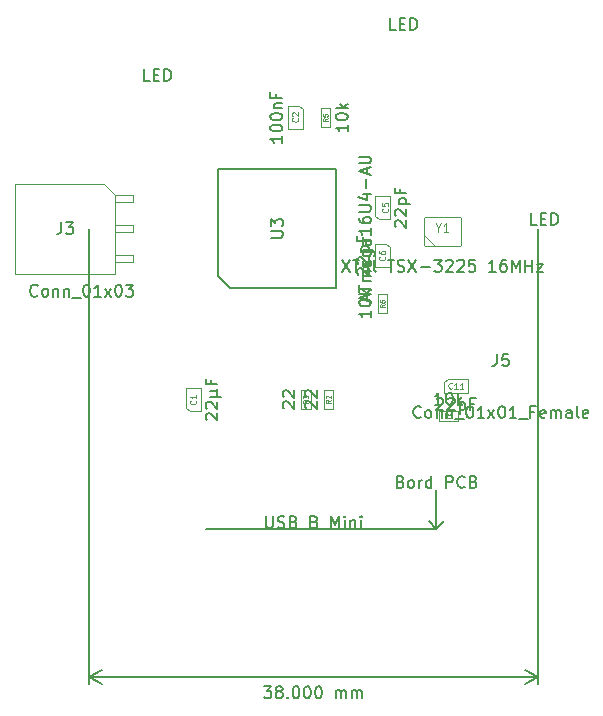
<source format=gbr>
G04 #@! TF.GenerationSoftware,KiCad,Pcbnew,(5.1.0)-1*
G04 #@! TF.CreationDate,2019-04-02T16:52:53+02:00*
G04 #@! TF.ProjectId,FrogINT_PCBProto_V1811062154,46726f67-494e-4545-9f50-434250726f74,rev?*
G04 #@! TF.SameCoordinates,Original*
G04 #@! TF.FileFunction,Other,Fab,Top*
%FSLAX46Y46*%
G04 Gerber Fmt 4.6, Leading zero omitted, Abs format (unit mm)*
G04 Created by KiCad (PCBNEW (5.1.0)-1) date 2019-04-02 16:52:53*
%MOMM*%
%LPD*%
G04 APERTURE LIST*
%ADD10C,0.150000*%
%ADD11C,0.100000*%
%ADD12C,0.105000*%
%ADD13C,0.080000*%
%ADD14C,0.060000*%
G04 APERTURE END LIST*
D10*
X144309523Y-143752380D02*
X144928571Y-143752380D01*
X144595238Y-144133333D01*
X144738095Y-144133333D01*
X144833333Y-144180952D01*
X144880952Y-144228571D01*
X144928571Y-144323809D01*
X144928571Y-144561904D01*
X144880952Y-144657142D01*
X144833333Y-144704761D01*
X144738095Y-144752380D01*
X144452380Y-144752380D01*
X144357142Y-144704761D01*
X144309523Y-144657142D01*
X145500000Y-144180952D02*
X145404761Y-144133333D01*
X145357142Y-144085714D01*
X145309523Y-143990476D01*
X145309523Y-143942857D01*
X145357142Y-143847619D01*
X145404761Y-143800000D01*
X145500000Y-143752380D01*
X145690476Y-143752380D01*
X145785714Y-143800000D01*
X145833333Y-143847619D01*
X145880952Y-143942857D01*
X145880952Y-143990476D01*
X145833333Y-144085714D01*
X145785714Y-144133333D01*
X145690476Y-144180952D01*
X145500000Y-144180952D01*
X145404761Y-144228571D01*
X145357142Y-144276190D01*
X145309523Y-144371428D01*
X145309523Y-144561904D01*
X145357142Y-144657142D01*
X145404761Y-144704761D01*
X145500000Y-144752380D01*
X145690476Y-144752380D01*
X145785714Y-144704761D01*
X145833333Y-144657142D01*
X145880952Y-144561904D01*
X145880952Y-144371428D01*
X145833333Y-144276190D01*
X145785714Y-144228571D01*
X145690476Y-144180952D01*
X146309523Y-144657142D02*
X146357142Y-144704761D01*
X146309523Y-144752380D01*
X146261904Y-144704761D01*
X146309523Y-144657142D01*
X146309523Y-144752380D01*
X146976190Y-143752380D02*
X147071428Y-143752380D01*
X147166666Y-143800000D01*
X147214285Y-143847619D01*
X147261904Y-143942857D01*
X147309523Y-144133333D01*
X147309523Y-144371428D01*
X147261904Y-144561904D01*
X147214285Y-144657142D01*
X147166666Y-144704761D01*
X147071428Y-144752380D01*
X146976190Y-144752380D01*
X146880952Y-144704761D01*
X146833333Y-144657142D01*
X146785714Y-144561904D01*
X146738095Y-144371428D01*
X146738095Y-144133333D01*
X146785714Y-143942857D01*
X146833333Y-143847619D01*
X146880952Y-143800000D01*
X146976190Y-143752380D01*
X147928571Y-143752380D02*
X148023809Y-143752380D01*
X148119047Y-143800000D01*
X148166666Y-143847619D01*
X148214285Y-143942857D01*
X148261904Y-144133333D01*
X148261904Y-144371428D01*
X148214285Y-144561904D01*
X148166666Y-144657142D01*
X148119047Y-144704761D01*
X148023809Y-144752380D01*
X147928571Y-144752380D01*
X147833333Y-144704761D01*
X147785714Y-144657142D01*
X147738095Y-144561904D01*
X147690476Y-144371428D01*
X147690476Y-144133333D01*
X147738095Y-143942857D01*
X147785714Y-143847619D01*
X147833333Y-143800000D01*
X147928571Y-143752380D01*
X148880952Y-143752380D02*
X148976190Y-143752380D01*
X149071428Y-143800000D01*
X149119047Y-143847619D01*
X149166666Y-143942857D01*
X149214285Y-144133333D01*
X149214285Y-144371428D01*
X149166666Y-144561904D01*
X149119047Y-144657142D01*
X149071428Y-144704761D01*
X148976190Y-144752380D01*
X148880952Y-144752380D01*
X148785714Y-144704761D01*
X148738095Y-144657142D01*
X148690476Y-144561904D01*
X148642857Y-144371428D01*
X148642857Y-144133333D01*
X148690476Y-143942857D01*
X148738095Y-143847619D01*
X148785714Y-143800000D01*
X148880952Y-143752380D01*
X150404761Y-144752380D02*
X150404761Y-144085714D01*
X150404761Y-144180952D02*
X150452380Y-144133333D01*
X150547619Y-144085714D01*
X150690476Y-144085714D01*
X150785714Y-144133333D01*
X150833333Y-144228571D01*
X150833333Y-144752380D01*
X150833333Y-144228571D02*
X150880952Y-144133333D01*
X150976190Y-144085714D01*
X151119047Y-144085714D01*
X151214285Y-144133333D01*
X151261904Y-144228571D01*
X151261904Y-144752380D01*
X151738095Y-144752380D02*
X151738095Y-144085714D01*
X151738095Y-144180952D02*
X151785714Y-144133333D01*
X151880952Y-144085714D01*
X152023809Y-144085714D01*
X152119047Y-144133333D01*
X152166666Y-144228571D01*
X152166666Y-144752380D01*
X152166666Y-144228571D02*
X152214285Y-144133333D01*
X152309523Y-144085714D01*
X152452380Y-144085714D01*
X152547619Y-144133333D01*
X152595238Y-144228571D01*
X152595238Y-144752380D01*
X129500000Y-143000000D02*
X167500000Y-143000000D01*
X129500000Y-105000000D02*
X129500000Y-143586421D01*
X167500000Y-105000000D02*
X167500000Y-143586421D01*
X167500000Y-143000000D02*
X166373496Y-143586421D01*
X167500000Y-143000000D02*
X166373496Y-142413579D01*
X129500000Y-143000000D02*
X130626504Y-143586421D01*
X129500000Y-143000000D02*
X130626504Y-142413579D01*
X158900000Y-130400000D02*
X158250000Y-129750000D01*
X159550000Y-129750000D02*
X158900000Y-130400000D01*
X158900000Y-130400000D02*
X159550000Y-129750000D01*
X158900000Y-127150000D02*
X158900000Y-130400000D01*
X139400000Y-130400000D02*
X158900000Y-130400000D01*
D11*
X157822000Y-105504000D02*
X158822000Y-106504000D01*
X157822000Y-104104000D02*
X157922000Y-104004000D01*
X157822000Y-106404000D02*
X157822000Y-104104000D01*
X157922000Y-106504000D02*
X157822000Y-106404000D01*
X160922000Y-106504000D02*
X157922000Y-106504000D01*
X161022000Y-106404000D02*
X160922000Y-106504000D01*
X161022000Y-104104000D02*
X161022000Y-106404000D01*
X160922000Y-104004000D02*
X161022000Y-104104000D01*
X157922000Y-104004000D02*
X160922000Y-104004000D01*
X138965000Y-118478000D02*
X137715000Y-118478000D01*
X138965000Y-120478000D02*
X138965000Y-118478000D01*
X138027500Y-120478000D02*
X138965000Y-120478000D01*
X137715000Y-120165500D02*
X138027500Y-120478000D01*
X137715000Y-118478000D02*
X137715000Y-120165500D01*
X146351000Y-96602000D02*
X147601000Y-96602000D01*
X146351000Y-94602000D02*
X146351000Y-96602000D01*
X147288500Y-94602000D02*
X146351000Y-94602000D01*
X147601000Y-94914500D02*
X147288500Y-94602000D01*
X147601000Y-96602000D02*
X147601000Y-94914500D01*
X154967000Y-102222000D02*
X153717000Y-102222000D01*
X154967000Y-104222000D02*
X154967000Y-102222000D01*
X154029500Y-104222000D02*
X154967000Y-104222000D01*
X153717000Y-103909500D02*
X154029500Y-104222000D01*
X153717000Y-102222000D02*
X153717000Y-103909500D01*
X153717000Y-108286000D02*
X154967000Y-108286000D01*
X153717000Y-106286000D02*
X153717000Y-108286000D01*
X154654500Y-106286000D02*
X153717000Y-106286000D01*
X154967000Y-106598500D02*
X154654500Y-106286000D01*
X154967000Y-108286000D02*
X154967000Y-106598500D01*
X161565000Y-118960000D02*
X161565000Y-117710000D01*
X159565000Y-118960000D02*
X161565000Y-118960000D01*
X159565000Y-118022500D02*
X159565000Y-118960000D01*
X159877500Y-117710000D02*
X159565000Y-118022500D01*
X161565000Y-117710000D02*
X159877500Y-117710000D01*
X133260000Y-107840000D02*
X133260000Y-107240000D01*
X131740000Y-107840000D02*
X133260000Y-107840000D01*
X133260000Y-107240000D02*
X131740000Y-107240000D01*
X133260000Y-105300000D02*
X133260000Y-104700000D01*
X131740000Y-105300000D02*
X133260000Y-105300000D01*
X133260000Y-104700000D02*
X131740000Y-104700000D01*
X133260000Y-102760000D02*
X133260000Y-102160000D01*
X131740000Y-102760000D02*
X133260000Y-102760000D01*
X133260000Y-102160000D02*
X131740000Y-102160000D01*
X123230000Y-108810000D02*
X123230000Y-101190000D01*
X131740000Y-108810000D02*
X123230000Y-108810000D01*
X131740000Y-102160000D02*
X131740000Y-108810000D01*
X130770000Y-101190000D02*
X131740000Y-102160000D01*
X123230000Y-101190000D02*
X130770000Y-101190000D01*
X159130000Y-120475000D02*
X160730000Y-120475000D01*
X159130000Y-121275000D02*
X159130000Y-120475000D01*
X160730000Y-121275000D02*
X159130000Y-121275000D01*
X160730000Y-120475000D02*
X160730000Y-121275000D01*
X149370000Y-120252000D02*
X149370000Y-118652000D01*
X150170000Y-120252000D02*
X149370000Y-120252000D01*
X150170000Y-118652000D02*
X150170000Y-120252000D01*
X149370000Y-118652000D02*
X150170000Y-118652000D01*
X147465000Y-120252000D02*
X147465000Y-118652000D01*
X148265000Y-120252000D02*
X147465000Y-120252000D01*
X148265000Y-118652000D02*
X148265000Y-120252000D01*
X147465000Y-118652000D02*
X148265000Y-118652000D01*
X149916000Y-94802000D02*
X149916000Y-96402000D01*
X149116000Y-94802000D02*
X149916000Y-94802000D01*
X149116000Y-96402000D02*
X149116000Y-94802000D01*
X149916000Y-96402000D02*
X149116000Y-96402000D01*
X153942000Y-112150000D02*
X153942000Y-110550000D01*
X154742000Y-112150000D02*
X153942000Y-112150000D01*
X154742000Y-110550000D02*
X154742000Y-112150000D01*
X153942000Y-110550000D02*
X154742000Y-110550000D01*
D10*
X141452000Y-110000000D02*
X140452000Y-109000000D01*
X150452000Y-110000000D02*
X141452000Y-110000000D01*
X150452000Y-100000000D02*
X150452000Y-110000000D01*
X140452000Y-100000000D02*
X150452000Y-100000000D01*
X140452000Y-109000000D02*
X140452000Y-100000000D01*
X167415142Y-104698380D02*
X166938952Y-104698380D01*
X166938952Y-103698380D01*
X167748476Y-104174571D02*
X168081809Y-104174571D01*
X168224666Y-104698380D02*
X167748476Y-104698380D01*
X167748476Y-103698380D01*
X168224666Y-103698380D01*
X168653238Y-104698380D02*
X168653238Y-103698380D01*
X168891333Y-103698380D01*
X169034190Y-103746000D01*
X169129428Y-103841238D01*
X169177047Y-103936476D01*
X169224666Y-104126952D01*
X169224666Y-104269809D01*
X169177047Y-104460285D01*
X169129428Y-104555523D01*
X169034190Y-104650761D01*
X168891333Y-104698380D01*
X168653238Y-104698380D01*
X155477142Y-88188380D02*
X155000952Y-88188380D01*
X155000952Y-87188380D01*
X155810476Y-87664571D02*
X156143809Y-87664571D01*
X156286666Y-88188380D02*
X155810476Y-88188380D01*
X155810476Y-87188380D01*
X156286666Y-87188380D01*
X156715238Y-88188380D02*
X156715238Y-87188380D01*
X156953333Y-87188380D01*
X157096190Y-87236000D01*
X157191428Y-87331238D01*
X157239047Y-87426476D01*
X157286666Y-87616952D01*
X157286666Y-87759809D01*
X157239047Y-87950285D01*
X157191428Y-88045523D01*
X157096190Y-88140761D01*
X156953333Y-88188380D01*
X156715238Y-88188380D01*
X134649142Y-92506380D02*
X134172952Y-92506380D01*
X134172952Y-91506380D01*
X134982476Y-91982571D02*
X135315809Y-91982571D01*
X135458666Y-92506380D02*
X134982476Y-92506380D01*
X134982476Y-91506380D01*
X135458666Y-91506380D01*
X135887238Y-92506380D02*
X135887238Y-91506380D01*
X136125333Y-91506380D01*
X136268190Y-91554000D01*
X136363428Y-91649238D01*
X136411047Y-91744476D01*
X136458666Y-91934952D01*
X136458666Y-92077809D01*
X136411047Y-92268285D01*
X136363428Y-92363523D01*
X136268190Y-92458761D01*
X136125333Y-92506380D01*
X135887238Y-92506380D01*
X144476190Y-129352380D02*
X144476190Y-130161904D01*
X144523809Y-130257142D01*
X144571428Y-130304761D01*
X144666666Y-130352380D01*
X144857142Y-130352380D01*
X144952380Y-130304761D01*
X145000000Y-130257142D01*
X145047619Y-130161904D01*
X145047619Y-129352380D01*
X145476190Y-130304761D02*
X145619047Y-130352380D01*
X145857142Y-130352380D01*
X145952380Y-130304761D01*
X146000000Y-130257142D01*
X146047619Y-130161904D01*
X146047619Y-130066666D01*
X146000000Y-129971428D01*
X145952380Y-129923809D01*
X145857142Y-129876190D01*
X145666666Y-129828571D01*
X145571428Y-129780952D01*
X145523809Y-129733333D01*
X145476190Y-129638095D01*
X145476190Y-129542857D01*
X145523809Y-129447619D01*
X145571428Y-129400000D01*
X145666666Y-129352380D01*
X145904761Y-129352380D01*
X146047619Y-129400000D01*
X146809523Y-129828571D02*
X146952380Y-129876190D01*
X147000000Y-129923809D01*
X147047619Y-130019047D01*
X147047619Y-130161904D01*
X147000000Y-130257142D01*
X146952380Y-130304761D01*
X146857142Y-130352380D01*
X146476190Y-130352380D01*
X146476190Y-129352380D01*
X146809523Y-129352380D01*
X146904761Y-129400000D01*
X146952380Y-129447619D01*
X147000000Y-129542857D01*
X147000000Y-129638095D01*
X146952380Y-129733333D01*
X146904761Y-129780952D01*
X146809523Y-129828571D01*
X146476190Y-129828571D01*
X147238095Y-130447619D02*
X148000000Y-130447619D01*
X148571428Y-129828571D02*
X148714285Y-129876190D01*
X148761904Y-129923809D01*
X148809523Y-130019047D01*
X148809523Y-130161904D01*
X148761904Y-130257142D01*
X148714285Y-130304761D01*
X148619047Y-130352380D01*
X148238095Y-130352380D01*
X148238095Y-129352380D01*
X148571428Y-129352380D01*
X148666666Y-129400000D01*
X148714285Y-129447619D01*
X148761904Y-129542857D01*
X148761904Y-129638095D01*
X148714285Y-129733333D01*
X148666666Y-129780952D01*
X148571428Y-129828571D01*
X148238095Y-129828571D01*
X149000000Y-130447619D02*
X149761904Y-130447619D01*
X150000000Y-130352380D02*
X150000000Y-129352380D01*
X150333333Y-130066666D01*
X150666666Y-129352380D01*
X150666666Y-130352380D01*
X151142857Y-130352380D02*
X151142857Y-129685714D01*
X151142857Y-129352380D02*
X151095238Y-129400000D01*
X151142857Y-129447619D01*
X151190476Y-129400000D01*
X151142857Y-129352380D01*
X151142857Y-129447619D01*
X151619047Y-129685714D02*
X151619047Y-130352380D01*
X151619047Y-129780952D02*
X151666666Y-129733333D01*
X151761904Y-129685714D01*
X151904761Y-129685714D01*
X152000000Y-129733333D01*
X152047619Y-129828571D01*
X152047619Y-130352380D01*
X152523809Y-130352380D02*
X152523809Y-129685714D01*
X152523809Y-129352380D02*
X152476190Y-129400000D01*
X152523809Y-129447619D01*
X152571428Y-129400000D01*
X152523809Y-129352380D01*
X152523809Y-129447619D01*
X155876190Y-126428571D02*
X156019047Y-126476190D01*
X156066666Y-126523809D01*
X156114285Y-126619047D01*
X156114285Y-126761904D01*
X156066666Y-126857142D01*
X156019047Y-126904761D01*
X155923809Y-126952380D01*
X155542857Y-126952380D01*
X155542857Y-125952380D01*
X155876190Y-125952380D01*
X155971428Y-126000000D01*
X156019047Y-126047619D01*
X156066666Y-126142857D01*
X156066666Y-126238095D01*
X156019047Y-126333333D01*
X155971428Y-126380952D01*
X155876190Y-126428571D01*
X155542857Y-126428571D01*
X156685714Y-126952380D02*
X156590476Y-126904761D01*
X156542857Y-126857142D01*
X156495238Y-126761904D01*
X156495238Y-126476190D01*
X156542857Y-126380952D01*
X156590476Y-126333333D01*
X156685714Y-126285714D01*
X156828571Y-126285714D01*
X156923809Y-126333333D01*
X156971428Y-126380952D01*
X157019047Y-126476190D01*
X157019047Y-126761904D01*
X156971428Y-126857142D01*
X156923809Y-126904761D01*
X156828571Y-126952380D01*
X156685714Y-126952380D01*
X157447619Y-126952380D02*
X157447619Y-126285714D01*
X157447619Y-126476190D02*
X157495238Y-126380952D01*
X157542857Y-126333333D01*
X157638095Y-126285714D01*
X157733333Y-126285714D01*
X158495238Y-126952380D02*
X158495238Y-125952380D01*
X158495238Y-126904761D02*
X158400000Y-126952380D01*
X158209523Y-126952380D01*
X158114285Y-126904761D01*
X158066666Y-126857142D01*
X158019047Y-126761904D01*
X158019047Y-126476190D01*
X158066666Y-126380952D01*
X158114285Y-126333333D01*
X158209523Y-126285714D01*
X158400000Y-126285714D01*
X158495238Y-126333333D01*
X159733333Y-126952380D02*
X159733333Y-125952380D01*
X160114285Y-125952380D01*
X160209523Y-126000000D01*
X160257142Y-126047619D01*
X160304761Y-126142857D01*
X160304761Y-126285714D01*
X160257142Y-126380952D01*
X160209523Y-126428571D01*
X160114285Y-126476190D01*
X159733333Y-126476190D01*
X161304761Y-126857142D02*
X161257142Y-126904761D01*
X161114285Y-126952380D01*
X161019047Y-126952380D01*
X160876190Y-126904761D01*
X160780952Y-126809523D01*
X160733333Y-126714285D01*
X160685714Y-126523809D01*
X160685714Y-126380952D01*
X160733333Y-126190476D01*
X160780952Y-126095238D01*
X160876190Y-126000000D01*
X161019047Y-125952380D01*
X161114285Y-125952380D01*
X161257142Y-126000000D01*
X161304761Y-126047619D01*
X162066666Y-126428571D02*
X162209523Y-126476190D01*
X162257142Y-126523809D01*
X162304761Y-126619047D01*
X162304761Y-126761904D01*
X162257142Y-126857142D01*
X162209523Y-126904761D01*
X162114285Y-126952380D01*
X161733333Y-126952380D01*
X161733333Y-125952380D01*
X162066666Y-125952380D01*
X162161904Y-126000000D01*
X162209523Y-126047619D01*
X162257142Y-126142857D01*
X162257142Y-126238095D01*
X162209523Y-126333333D01*
X162161904Y-126380952D01*
X162066666Y-126428571D01*
X161733333Y-126428571D01*
X150922000Y-107656380D02*
X151588666Y-108656380D01*
X151588666Y-107656380D02*
X150922000Y-108656380D01*
X151826761Y-107656380D02*
X152398190Y-107656380D01*
X152112476Y-108656380D02*
X152112476Y-107656380D01*
X153160095Y-108656380D02*
X153160095Y-108132571D01*
X153112476Y-108037333D01*
X153017238Y-107989714D01*
X152826761Y-107989714D01*
X152731523Y-108037333D01*
X153160095Y-108608761D02*
X153064857Y-108656380D01*
X152826761Y-108656380D01*
X152731523Y-108608761D01*
X152683904Y-108513523D01*
X152683904Y-108418285D01*
X152731523Y-108323047D01*
X152826761Y-108275428D01*
X153064857Y-108275428D01*
X153160095Y-108227809D01*
X153779142Y-108656380D02*
X153683904Y-108608761D01*
X153636285Y-108513523D01*
X153636285Y-107656380D01*
X154779142Y-107656380D02*
X155350571Y-107656380D01*
X155064857Y-108656380D02*
X155064857Y-107656380D01*
X155636285Y-108608761D02*
X155779142Y-108656380D01*
X156017238Y-108656380D01*
X156112476Y-108608761D01*
X156160095Y-108561142D01*
X156207714Y-108465904D01*
X156207714Y-108370666D01*
X156160095Y-108275428D01*
X156112476Y-108227809D01*
X156017238Y-108180190D01*
X155826761Y-108132571D01*
X155731523Y-108084952D01*
X155683904Y-108037333D01*
X155636285Y-107942095D01*
X155636285Y-107846857D01*
X155683904Y-107751619D01*
X155731523Y-107704000D01*
X155826761Y-107656380D01*
X156064857Y-107656380D01*
X156207714Y-107704000D01*
X156541047Y-107656380D02*
X157207714Y-108656380D01*
X157207714Y-107656380D02*
X156541047Y-108656380D01*
X157588666Y-108275428D02*
X158350571Y-108275428D01*
X158731523Y-107656380D02*
X159350571Y-107656380D01*
X159017238Y-108037333D01*
X159160095Y-108037333D01*
X159255333Y-108084952D01*
X159302952Y-108132571D01*
X159350571Y-108227809D01*
X159350571Y-108465904D01*
X159302952Y-108561142D01*
X159255333Y-108608761D01*
X159160095Y-108656380D01*
X158874380Y-108656380D01*
X158779142Y-108608761D01*
X158731523Y-108561142D01*
X159731523Y-107751619D02*
X159779142Y-107704000D01*
X159874380Y-107656380D01*
X160112476Y-107656380D01*
X160207714Y-107704000D01*
X160255333Y-107751619D01*
X160302952Y-107846857D01*
X160302952Y-107942095D01*
X160255333Y-108084952D01*
X159683904Y-108656380D01*
X160302952Y-108656380D01*
X160683904Y-107751619D02*
X160731523Y-107704000D01*
X160826761Y-107656380D01*
X161064857Y-107656380D01*
X161160095Y-107704000D01*
X161207714Y-107751619D01*
X161255333Y-107846857D01*
X161255333Y-107942095D01*
X161207714Y-108084952D01*
X160636285Y-108656380D01*
X161255333Y-108656380D01*
X162160095Y-107656380D02*
X161683904Y-107656380D01*
X161636285Y-108132571D01*
X161683904Y-108084952D01*
X161779142Y-108037333D01*
X162017238Y-108037333D01*
X162112476Y-108084952D01*
X162160095Y-108132571D01*
X162207714Y-108227809D01*
X162207714Y-108465904D01*
X162160095Y-108561142D01*
X162112476Y-108608761D01*
X162017238Y-108656380D01*
X161779142Y-108656380D01*
X161683904Y-108608761D01*
X161636285Y-108561142D01*
X163922000Y-108656380D02*
X163350571Y-108656380D01*
X163636285Y-108656380D02*
X163636285Y-107656380D01*
X163541047Y-107799238D01*
X163445809Y-107894476D01*
X163350571Y-107942095D01*
X164779142Y-107656380D02*
X164588666Y-107656380D01*
X164493428Y-107704000D01*
X164445809Y-107751619D01*
X164350571Y-107894476D01*
X164302952Y-108084952D01*
X164302952Y-108465904D01*
X164350571Y-108561142D01*
X164398190Y-108608761D01*
X164493428Y-108656380D01*
X164683904Y-108656380D01*
X164779142Y-108608761D01*
X164826761Y-108561142D01*
X164874380Y-108465904D01*
X164874380Y-108227809D01*
X164826761Y-108132571D01*
X164779142Y-108084952D01*
X164683904Y-108037333D01*
X164493428Y-108037333D01*
X164398190Y-108084952D01*
X164350571Y-108132571D01*
X164302952Y-108227809D01*
X165302952Y-108656380D02*
X165302952Y-107656380D01*
X165636285Y-108370666D01*
X165969619Y-107656380D01*
X165969619Y-108656380D01*
X166445809Y-108656380D02*
X166445809Y-107656380D01*
X166445809Y-108132571D02*
X167017238Y-108132571D01*
X167017238Y-108656380D02*
X167017238Y-107656380D01*
X167398190Y-107989714D02*
X167922000Y-107989714D01*
X167398190Y-108656380D01*
X167922000Y-108656380D01*
D12*
X159088666Y-104917332D02*
X159088666Y-105250665D01*
X158855333Y-104550665D02*
X159088666Y-104917332D01*
X159322000Y-104550665D01*
X159922000Y-105250665D02*
X159522000Y-105250665D01*
X159722000Y-105250665D02*
X159722000Y-104550665D01*
X159655333Y-104650665D01*
X159588666Y-104717332D01*
X159522000Y-104750665D01*
D10*
X139467619Y-121192285D02*
X139420000Y-121144666D01*
X139372380Y-121049428D01*
X139372380Y-120811333D01*
X139420000Y-120716095D01*
X139467619Y-120668476D01*
X139562857Y-120620857D01*
X139658095Y-120620857D01*
X139800952Y-120668476D01*
X140372380Y-121239904D01*
X140372380Y-120620857D01*
X139467619Y-120239904D02*
X139420000Y-120192285D01*
X139372380Y-120097047D01*
X139372380Y-119858952D01*
X139420000Y-119763714D01*
X139467619Y-119716095D01*
X139562857Y-119668476D01*
X139658095Y-119668476D01*
X139800952Y-119716095D01*
X140372380Y-120287523D01*
X140372380Y-119668476D01*
X139705714Y-119239904D02*
X140705714Y-119239904D01*
X140229523Y-118763714D02*
X140324761Y-118716095D01*
X140372380Y-118620857D01*
X140229523Y-119239904D02*
X140324761Y-119192285D01*
X140372380Y-119097047D01*
X140372380Y-118906571D01*
X140324761Y-118811333D01*
X140229523Y-118763714D01*
X139705714Y-118763714D01*
X139848571Y-117858952D02*
X139848571Y-118192285D01*
X140372380Y-118192285D02*
X139372380Y-118192285D01*
X139372380Y-117716095D01*
D13*
X138518571Y-119561333D02*
X138542380Y-119585142D01*
X138566190Y-119656571D01*
X138566190Y-119704190D01*
X138542380Y-119775619D01*
X138494761Y-119823238D01*
X138447142Y-119847047D01*
X138351904Y-119870857D01*
X138280476Y-119870857D01*
X138185238Y-119847047D01*
X138137619Y-119823238D01*
X138090000Y-119775619D01*
X138066190Y-119704190D01*
X138066190Y-119656571D01*
X138090000Y-119585142D01*
X138113809Y-119561333D01*
X138566190Y-119085142D02*
X138566190Y-119370857D01*
X138566190Y-119228000D02*
X138066190Y-119228000D01*
X138137619Y-119275619D01*
X138185238Y-119323238D01*
X138209047Y-119370857D01*
D10*
X145848380Y-97149619D02*
X145848380Y-97721047D01*
X145848380Y-97435333D02*
X144848380Y-97435333D01*
X144991238Y-97530571D01*
X145086476Y-97625809D01*
X145134095Y-97721047D01*
X144848380Y-96530571D02*
X144848380Y-96435333D01*
X144896000Y-96340095D01*
X144943619Y-96292476D01*
X145038857Y-96244857D01*
X145229333Y-96197238D01*
X145467428Y-96197238D01*
X145657904Y-96244857D01*
X145753142Y-96292476D01*
X145800761Y-96340095D01*
X145848380Y-96435333D01*
X145848380Y-96530571D01*
X145800761Y-96625809D01*
X145753142Y-96673428D01*
X145657904Y-96721047D01*
X145467428Y-96768666D01*
X145229333Y-96768666D01*
X145038857Y-96721047D01*
X144943619Y-96673428D01*
X144896000Y-96625809D01*
X144848380Y-96530571D01*
X144848380Y-95578190D02*
X144848380Y-95482952D01*
X144896000Y-95387714D01*
X144943619Y-95340095D01*
X145038857Y-95292476D01*
X145229333Y-95244857D01*
X145467428Y-95244857D01*
X145657904Y-95292476D01*
X145753142Y-95340095D01*
X145800761Y-95387714D01*
X145848380Y-95482952D01*
X145848380Y-95578190D01*
X145800761Y-95673428D01*
X145753142Y-95721047D01*
X145657904Y-95768666D01*
X145467428Y-95816285D01*
X145229333Y-95816285D01*
X145038857Y-95768666D01*
X144943619Y-95721047D01*
X144896000Y-95673428D01*
X144848380Y-95578190D01*
X145181714Y-94816285D02*
X145848380Y-94816285D01*
X145276952Y-94816285D02*
X145229333Y-94768666D01*
X145181714Y-94673428D01*
X145181714Y-94530571D01*
X145229333Y-94435333D01*
X145324571Y-94387714D01*
X145848380Y-94387714D01*
X145324571Y-93578190D02*
X145324571Y-93911523D01*
X145848380Y-93911523D02*
X144848380Y-93911523D01*
X144848380Y-93435333D01*
D13*
X147154571Y-95645332D02*
X147178380Y-95669141D01*
X147202190Y-95740570D01*
X147202190Y-95788189D01*
X147178380Y-95859618D01*
X147130761Y-95907237D01*
X147083142Y-95931046D01*
X146987904Y-95954856D01*
X146916476Y-95954856D01*
X146821238Y-95931046D01*
X146773619Y-95907237D01*
X146726000Y-95859618D01*
X146702190Y-95788189D01*
X146702190Y-95740570D01*
X146726000Y-95669141D01*
X146749809Y-95645332D01*
X146749809Y-95454856D02*
X146726000Y-95431046D01*
X146702190Y-95383427D01*
X146702190Y-95264379D01*
X146726000Y-95216760D01*
X146749809Y-95192951D01*
X146797428Y-95169141D01*
X146845047Y-95169141D01*
X146916476Y-95192951D01*
X147202190Y-95478665D01*
X147202190Y-95169141D01*
D10*
X155469619Y-104864857D02*
X155422000Y-104817238D01*
X155374380Y-104722000D01*
X155374380Y-104483904D01*
X155422000Y-104388666D01*
X155469619Y-104341047D01*
X155564857Y-104293428D01*
X155660095Y-104293428D01*
X155802952Y-104341047D01*
X156374380Y-104912476D01*
X156374380Y-104293428D01*
X155469619Y-103912476D02*
X155422000Y-103864857D01*
X155374380Y-103769619D01*
X155374380Y-103531523D01*
X155422000Y-103436285D01*
X155469619Y-103388666D01*
X155564857Y-103341047D01*
X155660095Y-103341047D01*
X155802952Y-103388666D01*
X156374380Y-103960095D01*
X156374380Y-103341047D01*
X155707714Y-102912476D02*
X156707714Y-102912476D01*
X155755333Y-102912476D02*
X155707714Y-102817238D01*
X155707714Y-102626761D01*
X155755333Y-102531523D01*
X155802952Y-102483904D01*
X155898190Y-102436285D01*
X156183904Y-102436285D01*
X156279142Y-102483904D01*
X156326761Y-102531523D01*
X156374380Y-102626761D01*
X156374380Y-102817238D01*
X156326761Y-102912476D01*
X155850571Y-101674380D02*
X155850571Y-102007714D01*
X156374380Y-102007714D02*
X155374380Y-102007714D01*
X155374380Y-101531523D01*
D13*
X154774571Y-103305333D02*
X154798380Y-103329142D01*
X154822190Y-103400571D01*
X154822190Y-103448190D01*
X154798380Y-103519619D01*
X154750761Y-103567238D01*
X154703142Y-103591047D01*
X154607904Y-103614857D01*
X154536476Y-103614857D01*
X154441238Y-103591047D01*
X154393619Y-103567238D01*
X154346000Y-103519619D01*
X154322190Y-103448190D01*
X154322190Y-103400571D01*
X154346000Y-103329142D01*
X154369809Y-103305333D01*
X154322190Y-102852952D02*
X154322190Y-103091047D01*
X154560285Y-103114857D01*
X154536476Y-103091047D01*
X154512666Y-103043428D01*
X154512666Y-102924380D01*
X154536476Y-102876761D01*
X154560285Y-102852952D01*
X154607904Y-102829142D01*
X154726952Y-102829142D01*
X154774571Y-102852952D01*
X154798380Y-102876761D01*
X154822190Y-102924380D01*
X154822190Y-103043428D01*
X154798380Y-103091047D01*
X154774571Y-103114857D01*
D10*
X152309619Y-108928857D02*
X152262000Y-108881238D01*
X152214380Y-108786000D01*
X152214380Y-108547904D01*
X152262000Y-108452666D01*
X152309619Y-108405047D01*
X152404857Y-108357428D01*
X152500095Y-108357428D01*
X152642952Y-108405047D01*
X153214380Y-108976476D01*
X153214380Y-108357428D01*
X152309619Y-107976476D02*
X152262000Y-107928857D01*
X152214380Y-107833619D01*
X152214380Y-107595523D01*
X152262000Y-107500285D01*
X152309619Y-107452666D01*
X152404857Y-107405047D01*
X152500095Y-107405047D01*
X152642952Y-107452666D01*
X153214380Y-108024095D01*
X153214380Y-107405047D01*
X152547714Y-106976476D02*
X153547714Y-106976476D01*
X152595333Y-106976476D02*
X152547714Y-106881238D01*
X152547714Y-106690761D01*
X152595333Y-106595523D01*
X152642952Y-106547904D01*
X152738190Y-106500285D01*
X153023904Y-106500285D01*
X153119142Y-106547904D01*
X153166761Y-106595523D01*
X153214380Y-106690761D01*
X153214380Y-106881238D01*
X153166761Y-106976476D01*
X152690571Y-105738380D02*
X152690571Y-106071714D01*
X153214380Y-106071714D02*
X152214380Y-106071714D01*
X152214380Y-105595523D01*
D13*
X154520571Y-107369333D02*
X154544380Y-107393142D01*
X154568190Y-107464571D01*
X154568190Y-107512190D01*
X154544380Y-107583619D01*
X154496761Y-107631238D01*
X154449142Y-107655047D01*
X154353904Y-107678857D01*
X154282476Y-107678857D01*
X154187238Y-107655047D01*
X154139619Y-107631238D01*
X154092000Y-107583619D01*
X154068190Y-107512190D01*
X154068190Y-107464571D01*
X154092000Y-107393142D01*
X154115809Y-107369333D01*
X154068190Y-106940761D02*
X154068190Y-107036000D01*
X154092000Y-107083619D01*
X154115809Y-107107428D01*
X154187238Y-107155047D01*
X154282476Y-107178857D01*
X154472952Y-107178857D01*
X154520571Y-107155047D01*
X154544380Y-107131238D01*
X154568190Y-107083619D01*
X154568190Y-106988380D01*
X154544380Y-106940761D01*
X154520571Y-106916952D01*
X154472952Y-106893142D01*
X154353904Y-106893142D01*
X154306285Y-106916952D01*
X154282476Y-106940761D01*
X154258666Y-106988380D01*
X154258666Y-107083619D01*
X154282476Y-107131238D01*
X154306285Y-107155047D01*
X154353904Y-107178857D01*
D10*
X158922142Y-119462619D02*
X158969761Y-119415000D01*
X159065000Y-119367380D01*
X159303095Y-119367380D01*
X159398333Y-119415000D01*
X159445952Y-119462619D01*
X159493571Y-119557857D01*
X159493571Y-119653095D01*
X159445952Y-119795952D01*
X158874523Y-120367380D01*
X159493571Y-120367380D01*
X159874523Y-119462619D02*
X159922142Y-119415000D01*
X160017380Y-119367380D01*
X160255476Y-119367380D01*
X160350714Y-119415000D01*
X160398333Y-119462619D01*
X160445952Y-119557857D01*
X160445952Y-119653095D01*
X160398333Y-119795952D01*
X159826904Y-120367380D01*
X160445952Y-120367380D01*
X160874523Y-119700714D02*
X160874523Y-120700714D01*
X160874523Y-119748333D02*
X160969761Y-119700714D01*
X161160238Y-119700714D01*
X161255476Y-119748333D01*
X161303095Y-119795952D01*
X161350714Y-119891190D01*
X161350714Y-120176904D01*
X161303095Y-120272142D01*
X161255476Y-120319761D01*
X161160238Y-120367380D01*
X160969761Y-120367380D01*
X160874523Y-120319761D01*
X162112619Y-119843571D02*
X161779285Y-119843571D01*
X161779285Y-120367380D02*
X161779285Y-119367380D01*
X162255476Y-119367380D01*
D13*
X160243571Y-118513571D02*
X160219761Y-118537380D01*
X160148333Y-118561190D01*
X160100714Y-118561190D01*
X160029285Y-118537380D01*
X159981666Y-118489761D01*
X159957857Y-118442142D01*
X159934047Y-118346904D01*
X159934047Y-118275476D01*
X159957857Y-118180238D01*
X159981666Y-118132619D01*
X160029285Y-118085000D01*
X160100714Y-118061190D01*
X160148333Y-118061190D01*
X160219761Y-118085000D01*
X160243571Y-118108809D01*
X160719761Y-118561190D02*
X160434047Y-118561190D01*
X160576904Y-118561190D02*
X160576904Y-118061190D01*
X160529285Y-118132619D01*
X160481666Y-118180238D01*
X160434047Y-118204047D01*
X161195952Y-118561190D02*
X160910238Y-118561190D01*
X161053095Y-118561190D02*
X161053095Y-118061190D01*
X161005476Y-118132619D01*
X160957857Y-118180238D01*
X160910238Y-118204047D01*
D10*
X125141904Y-110667142D02*
X125094285Y-110714761D01*
X124951428Y-110762380D01*
X124856190Y-110762380D01*
X124713333Y-110714761D01*
X124618095Y-110619523D01*
X124570476Y-110524285D01*
X124522857Y-110333809D01*
X124522857Y-110190952D01*
X124570476Y-110000476D01*
X124618095Y-109905238D01*
X124713333Y-109810000D01*
X124856190Y-109762380D01*
X124951428Y-109762380D01*
X125094285Y-109810000D01*
X125141904Y-109857619D01*
X125713333Y-110762380D02*
X125618095Y-110714761D01*
X125570476Y-110667142D01*
X125522857Y-110571904D01*
X125522857Y-110286190D01*
X125570476Y-110190952D01*
X125618095Y-110143333D01*
X125713333Y-110095714D01*
X125856190Y-110095714D01*
X125951428Y-110143333D01*
X125999047Y-110190952D01*
X126046666Y-110286190D01*
X126046666Y-110571904D01*
X125999047Y-110667142D01*
X125951428Y-110714761D01*
X125856190Y-110762380D01*
X125713333Y-110762380D01*
X126475238Y-110095714D02*
X126475238Y-110762380D01*
X126475238Y-110190952D02*
X126522857Y-110143333D01*
X126618095Y-110095714D01*
X126760952Y-110095714D01*
X126856190Y-110143333D01*
X126903809Y-110238571D01*
X126903809Y-110762380D01*
X127380000Y-110095714D02*
X127380000Y-110762380D01*
X127380000Y-110190952D02*
X127427619Y-110143333D01*
X127522857Y-110095714D01*
X127665714Y-110095714D01*
X127760952Y-110143333D01*
X127808571Y-110238571D01*
X127808571Y-110762380D01*
X128046666Y-110857619D02*
X128808571Y-110857619D01*
X129237142Y-109762380D02*
X129332380Y-109762380D01*
X129427619Y-109810000D01*
X129475238Y-109857619D01*
X129522857Y-109952857D01*
X129570476Y-110143333D01*
X129570476Y-110381428D01*
X129522857Y-110571904D01*
X129475238Y-110667142D01*
X129427619Y-110714761D01*
X129332380Y-110762380D01*
X129237142Y-110762380D01*
X129141904Y-110714761D01*
X129094285Y-110667142D01*
X129046666Y-110571904D01*
X128999047Y-110381428D01*
X128999047Y-110143333D01*
X129046666Y-109952857D01*
X129094285Y-109857619D01*
X129141904Y-109810000D01*
X129237142Y-109762380D01*
X130522857Y-110762380D02*
X129951428Y-110762380D01*
X130237142Y-110762380D02*
X130237142Y-109762380D01*
X130141904Y-109905238D01*
X130046666Y-110000476D01*
X129951428Y-110048095D01*
X130856190Y-110762380D02*
X131380000Y-110095714D01*
X130856190Y-110095714D02*
X131380000Y-110762380D01*
X131951428Y-109762380D02*
X132046666Y-109762380D01*
X132141904Y-109810000D01*
X132189523Y-109857619D01*
X132237142Y-109952857D01*
X132284761Y-110143333D01*
X132284761Y-110381428D01*
X132237142Y-110571904D01*
X132189523Y-110667142D01*
X132141904Y-110714761D01*
X132046666Y-110762380D01*
X131951428Y-110762380D01*
X131856190Y-110714761D01*
X131808571Y-110667142D01*
X131760952Y-110571904D01*
X131713333Y-110381428D01*
X131713333Y-110143333D01*
X131760952Y-109952857D01*
X131808571Y-109857619D01*
X131856190Y-109810000D01*
X131951428Y-109762380D01*
X132618095Y-109762380D02*
X133237142Y-109762380D01*
X132903809Y-110143333D01*
X133046666Y-110143333D01*
X133141904Y-110190952D01*
X133189523Y-110238571D01*
X133237142Y-110333809D01*
X133237142Y-110571904D01*
X133189523Y-110667142D01*
X133141904Y-110714761D01*
X133046666Y-110762380D01*
X132760952Y-110762380D01*
X132665714Y-110714761D01*
X132618095Y-110667142D01*
X127151666Y-104452380D02*
X127151666Y-105166666D01*
X127104047Y-105309523D01*
X127008809Y-105404761D01*
X126865952Y-105452380D01*
X126770714Y-105452380D01*
X127532619Y-104452380D02*
X128151666Y-104452380D01*
X127818333Y-104833333D01*
X127961190Y-104833333D01*
X128056428Y-104880952D01*
X128104047Y-104928571D01*
X128151666Y-105023809D01*
X128151666Y-105261904D01*
X128104047Y-105357142D01*
X128056428Y-105404761D01*
X127961190Y-105452380D01*
X127675476Y-105452380D01*
X127580238Y-105404761D01*
X127532619Y-105357142D01*
X157589285Y-120942142D02*
X157541666Y-120989761D01*
X157398809Y-121037380D01*
X157303571Y-121037380D01*
X157160714Y-120989761D01*
X157065476Y-120894523D01*
X157017857Y-120799285D01*
X156970238Y-120608809D01*
X156970238Y-120465952D01*
X157017857Y-120275476D01*
X157065476Y-120180238D01*
X157160714Y-120085000D01*
X157303571Y-120037380D01*
X157398809Y-120037380D01*
X157541666Y-120085000D01*
X157589285Y-120132619D01*
X158160714Y-121037380D02*
X158065476Y-120989761D01*
X158017857Y-120942142D01*
X157970238Y-120846904D01*
X157970238Y-120561190D01*
X158017857Y-120465952D01*
X158065476Y-120418333D01*
X158160714Y-120370714D01*
X158303571Y-120370714D01*
X158398809Y-120418333D01*
X158446428Y-120465952D01*
X158494047Y-120561190D01*
X158494047Y-120846904D01*
X158446428Y-120942142D01*
X158398809Y-120989761D01*
X158303571Y-121037380D01*
X158160714Y-121037380D01*
X158922619Y-120370714D02*
X158922619Y-121037380D01*
X158922619Y-120465952D02*
X158970238Y-120418333D01*
X159065476Y-120370714D01*
X159208333Y-120370714D01*
X159303571Y-120418333D01*
X159351190Y-120513571D01*
X159351190Y-121037380D01*
X159827380Y-120370714D02*
X159827380Y-121037380D01*
X159827380Y-120465952D02*
X159875000Y-120418333D01*
X159970238Y-120370714D01*
X160113095Y-120370714D01*
X160208333Y-120418333D01*
X160255952Y-120513571D01*
X160255952Y-121037380D01*
X160494047Y-121132619D02*
X161255952Y-121132619D01*
X161684523Y-120037380D02*
X161779761Y-120037380D01*
X161875000Y-120085000D01*
X161922619Y-120132619D01*
X161970238Y-120227857D01*
X162017857Y-120418333D01*
X162017857Y-120656428D01*
X161970238Y-120846904D01*
X161922619Y-120942142D01*
X161875000Y-120989761D01*
X161779761Y-121037380D01*
X161684523Y-121037380D01*
X161589285Y-120989761D01*
X161541666Y-120942142D01*
X161494047Y-120846904D01*
X161446428Y-120656428D01*
X161446428Y-120418333D01*
X161494047Y-120227857D01*
X161541666Y-120132619D01*
X161589285Y-120085000D01*
X161684523Y-120037380D01*
X162970238Y-121037380D02*
X162398809Y-121037380D01*
X162684523Y-121037380D02*
X162684523Y-120037380D01*
X162589285Y-120180238D01*
X162494047Y-120275476D01*
X162398809Y-120323095D01*
X163303571Y-121037380D02*
X163827380Y-120370714D01*
X163303571Y-120370714D02*
X163827380Y-121037380D01*
X164398809Y-120037380D02*
X164494047Y-120037380D01*
X164589285Y-120085000D01*
X164636904Y-120132619D01*
X164684523Y-120227857D01*
X164732142Y-120418333D01*
X164732142Y-120656428D01*
X164684523Y-120846904D01*
X164636904Y-120942142D01*
X164589285Y-120989761D01*
X164494047Y-121037380D01*
X164398809Y-121037380D01*
X164303571Y-120989761D01*
X164255952Y-120942142D01*
X164208333Y-120846904D01*
X164160714Y-120656428D01*
X164160714Y-120418333D01*
X164208333Y-120227857D01*
X164255952Y-120132619D01*
X164303571Y-120085000D01*
X164398809Y-120037380D01*
X165684523Y-121037380D02*
X165113095Y-121037380D01*
X165398809Y-121037380D02*
X165398809Y-120037380D01*
X165303571Y-120180238D01*
X165208333Y-120275476D01*
X165113095Y-120323095D01*
X165875000Y-121132619D02*
X166636904Y-121132619D01*
X167208333Y-120513571D02*
X166875000Y-120513571D01*
X166875000Y-121037380D02*
X166875000Y-120037380D01*
X167351190Y-120037380D01*
X168113095Y-120989761D02*
X168017857Y-121037380D01*
X167827380Y-121037380D01*
X167732142Y-120989761D01*
X167684523Y-120894523D01*
X167684523Y-120513571D01*
X167732142Y-120418333D01*
X167827380Y-120370714D01*
X168017857Y-120370714D01*
X168113095Y-120418333D01*
X168160714Y-120513571D01*
X168160714Y-120608809D01*
X167684523Y-120704047D01*
X168589285Y-121037380D02*
X168589285Y-120370714D01*
X168589285Y-120465952D02*
X168636904Y-120418333D01*
X168732142Y-120370714D01*
X168875000Y-120370714D01*
X168970238Y-120418333D01*
X169017857Y-120513571D01*
X169017857Y-121037380D01*
X169017857Y-120513571D02*
X169065476Y-120418333D01*
X169160714Y-120370714D01*
X169303571Y-120370714D01*
X169398809Y-120418333D01*
X169446428Y-120513571D01*
X169446428Y-121037380D01*
X170351190Y-121037380D02*
X170351190Y-120513571D01*
X170303571Y-120418333D01*
X170208333Y-120370714D01*
X170017857Y-120370714D01*
X169922619Y-120418333D01*
X170351190Y-120989761D02*
X170255952Y-121037380D01*
X170017857Y-121037380D01*
X169922619Y-120989761D01*
X169875000Y-120894523D01*
X169875000Y-120799285D01*
X169922619Y-120704047D01*
X170017857Y-120656428D01*
X170255952Y-120656428D01*
X170351190Y-120608809D01*
X170970238Y-121037380D02*
X170875000Y-120989761D01*
X170827380Y-120894523D01*
X170827380Y-120037380D01*
X171732142Y-120989761D02*
X171636904Y-121037380D01*
X171446428Y-121037380D01*
X171351190Y-120989761D01*
X171303571Y-120894523D01*
X171303571Y-120513571D01*
X171351190Y-120418333D01*
X171446428Y-120370714D01*
X171636904Y-120370714D01*
X171732142Y-120418333D01*
X171779761Y-120513571D01*
X171779761Y-120608809D01*
X171303571Y-120704047D01*
X164041666Y-115637380D02*
X164041666Y-116351666D01*
X163994047Y-116494523D01*
X163898809Y-116589761D01*
X163755952Y-116637380D01*
X163660714Y-116637380D01*
X164994047Y-115637380D02*
X164517857Y-115637380D01*
X164470238Y-116113571D01*
X164517857Y-116065952D01*
X164613095Y-116018333D01*
X164851190Y-116018333D01*
X164946428Y-116065952D01*
X164994047Y-116113571D01*
X165041666Y-116208809D01*
X165041666Y-116446904D01*
X164994047Y-116542142D01*
X164946428Y-116589761D01*
X164851190Y-116637380D01*
X164613095Y-116637380D01*
X164517857Y-116589761D01*
X164470238Y-116542142D01*
X159334761Y-119897380D02*
X158763333Y-119897380D01*
X159049047Y-119897380D02*
X159049047Y-118897380D01*
X158953809Y-119040238D01*
X158858571Y-119135476D01*
X158763333Y-119183095D01*
X159953809Y-118897380D02*
X160049047Y-118897380D01*
X160144285Y-118945000D01*
X160191904Y-118992619D01*
X160239523Y-119087857D01*
X160287142Y-119278333D01*
X160287142Y-119516428D01*
X160239523Y-119706904D01*
X160191904Y-119802142D01*
X160144285Y-119849761D01*
X160049047Y-119897380D01*
X159953809Y-119897380D01*
X159858571Y-119849761D01*
X159810952Y-119802142D01*
X159763333Y-119706904D01*
X159715714Y-119516428D01*
X159715714Y-119278333D01*
X159763333Y-119087857D01*
X159810952Y-118992619D01*
X159858571Y-118945000D01*
X159953809Y-118897380D01*
X160715714Y-119897380D02*
X160715714Y-118897380D01*
X160810952Y-119516428D02*
X161096666Y-119897380D01*
X161096666Y-119230714D02*
X160715714Y-119611666D01*
D14*
X159863333Y-121055952D02*
X159730000Y-120865476D01*
X159634761Y-121055952D02*
X159634761Y-120655952D01*
X159787142Y-120655952D01*
X159825238Y-120675000D01*
X159844285Y-120694047D01*
X159863333Y-120732142D01*
X159863333Y-120789285D01*
X159844285Y-120827380D01*
X159825238Y-120846428D01*
X159787142Y-120865476D01*
X159634761Y-120865476D01*
X160244285Y-121055952D02*
X160015714Y-121055952D01*
X160130000Y-121055952D02*
X160130000Y-120655952D01*
X160091904Y-120713095D01*
X160053809Y-120751190D01*
X160015714Y-120770238D01*
D10*
X147887619Y-120213904D02*
X147840000Y-120166285D01*
X147792380Y-120071047D01*
X147792380Y-119832952D01*
X147840000Y-119737714D01*
X147887619Y-119690095D01*
X147982857Y-119642476D01*
X148078095Y-119642476D01*
X148220952Y-119690095D01*
X148792380Y-120261523D01*
X148792380Y-119642476D01*
X147887619Y-119261523D02*
X147840000Y-119213904D01*
X147792380Y-119118666D01*
X147792380Y-118880571D01*
X147840000Y-118785333D01*
X147887619Y-118737714D01*
X147982857Y-118690095D01*
X148078095Y-118690095D01*
X148220952Y-118737714D01*
X148792380Y-119309142D01*
X148792380Y-118690095D01*
D14*
X149950952Y-119518666D02*
X149760476Y-119652000D01*
X149950952Y-119747238D02*
X149550952Y-119747238D01*
X149550952Y-119594857D01*
X149570000Y-119556761D01*
X149589047Y-119537714D01*
X149627142Y-119518666D01*
X149684285Y-119518666D01*
X149722380Y-119537714D01*
X149741428Y-119556761D01*
X149760476Y-119594857D01*
X149760476Y-119747238D01*
X149589047Y-119366285D02*
X149570000Y-119347238D01*
X149550952Y-119309142D01*
X149550952Y-119213904D01*
X149570000Y-119175809D01*
X149589047Y-119156761D01*
X149627142Y-119137714D01*
X149665238Y-119137714D01*
X149722380Y-119156761D01*
X149950952Y-119385333D01*
X149950952Y-119137714D01*
D10*
X145982619Y-120213904D02*
X145935000Y-120166285D01*
X145887380Y-120071047D01*
X145887380Y-119832952D01*
X145935000Y-119737714D01*
X145982619Y-119690095D01*
X146077857Y-119642476D01*
X146173095Y-119642476D01*
X146315952Y-119690095D01*
X146887380Y-120261523D01*
X146887380Y-119642476D01*
X145982619Y-119261523D02*
X145935000Y-119213904D01*
X145887380Y-119118666D01*
X145887380Y-118880571D01*
X145935000Y-118785333D01*
X145982619Y-118737714D01*
X146077857Y-118690095D01*
X146173095Y-118690095D01*
X146315952Y-118737714D01*
X146887380Y-119309142D01*
X146887380Y-118690095D01*
D14*
X148045952Y-119518666D02*
X147855476Y-119652000D01*
X148045952Y-119747238D02*
X147645952Y-119747238D01*
X147645952Y-119594857D01*
X147665000Y-119556761D01*
X147684047Y-119537714D01*
X147722142Y-119518666D01*
X147779285Y-119518666D01*
X147817380Y-119537714D01*
X147836428Y-119556761D01*
X147855476Y-119594857D01*
X147855476Y-119747238D01*
X147645952Y-119385333D02*
X147645952Y-119137714D01*
X147798333Y-119271047D01*
X147798333Y-119213904D01*
X147817380Y-119175809D01*
X147836428Y-119156761D01*
X147874523Y-119137714D01*
X147969761Y-119137714D01*
X148007857Y-119156761D01*
X148026904Y-119175809D01*
X148045952Y-119213904D01*
X148045952Y-119328190D01*
X148026904Y-119366285D01*
X148007857Y-119385333D01*
D10*
X151398380Y-96197238D02*
X151398380Y-96768666D01*
X151398380Y-96482952D02*
X150398380Y-96482952D01*
X150541238Y-96578190D01*
X150636476Y-96673428D01*
X150684095Y-96768666D01*
X150398380Y-95578190D02*
X150398380Y-95482952D01*
X150446000Y-95387714D01*
X150493619Y-95340095D01*
X150588857Y-95292476D01*
X150779333Y-95244857D01*
X151017428Y-95244857D01*
X151207904Y-95292476D01*
X151303142Y-95340095D01*
X151350761Y-95387714D01*
X151398380Y-95482952D01*
X151398380Y-95578190D01*
X151350761Y-95673428D01*
X151303142Y-95721047D01*
X151207904Y-95768666D01*
X151017428Y-95816285D01*
X150779333Y-95816285D01*
X150588857Y-95768666D01*
X150493619Y-95721047D01*
X150446000Y-95673428D01*
X150398380Y-95578190D01*
X151398380Y-94816285D02*
X150398380Y-94816285D01*
X151017428Y-94721047D02*
X151398380Y-94435333D01*
X150731714Y-94435333D02*
X151112666Y-94816285D01*
D14*
X149696952Y-95668666D02*
X149506476Y-95802000D01*
X149696952Y-95897238D02*
X149296952Y-95897238D01*
X149296952Y-95744857D01*
X149316000Y-95706761D01*
X149335047Y-95687714D01*
X149373142Y-95668666D01*
X149430285Y-95668666D01*
X149468380Y-95687714D01*
X149487428Y-95706761D01*
X149506476Y-95744857D01*
X149506476Y-95897238D01*
X149296952Y-95306761D02*
X149296952Y-95497238D01*
X149487428Y-95516285D01*
X149468380Y-95497238D01*
X149449333Y-95459142D01*
X149449333Y-95363904D01*
X149468380Y-95325809D01*
X149487428Y-95306761D01*
X149525523Y-95287714D01*
X149620761Y-95287714D01*
X149658857Y-95306761D01*
X149677904Y-95325809D01*
X149696952Y-95363904D01*
X149696952Y-95459142D01*
X149677904Y-95497238D01*
X149658857Y-95516285D01*
D10*
X153364380Y-111945238D02*
X153364380Y-112516666D01*
X153364380Y-112230952D02*
X152364380Y-112230952D01*
X152507238Y-112326190D01*
X152602476Y-112421428D01*
X152650095Y-112516666D01*
X152364380Y-111326190D02*
X152364380Y-111230952D01*
X152412000Y-111135714D01*
X152459619Y-111088095D01*
X152554857Y-111040476D01*
X152745333Y-110992857D01*
X152983428Y-110992857D01*
X153173904Y-111040476D01*
X153269142Y-111088095D01*
X153316761Y-111135714D01*
X153364380Y-111230952D01*
X153364380Y-111326190D01*
X153316761Y-111421428D01*
X153269142Y-111469047D01*
X153173904Y-111516666D01*
X152983428Y-111564285D01*
X152745333Y-111564285D01*
X152554857Y-111516666D01*
X152459619Y-111469047D01*
X152412000Y-111421428D01*
X152364380Y-111326190D01*
X153364380Y-110564285D02*
X152364380Y-110564285D01*
X152983428Y-110469047D02*
X153364380Y-110183333D01*
X152697714Y-110183333D02*
X153078666Y-110564285D01*
D14*
X154522952Y-111416666D02*
X154332476Y-111550000D01*
X154522952Y-111645238D02*
X154122952Y-111645238D01*
X154122952Y-111492857D01*
X154142000Y-111454761D01*
X154161047Y-111435714D01*
X154199142Y-111416666D01*
X154256285Y-111416666D01*
X154294380Y-111435714D01*
X154313428Y-111454761D01*
X154332476Y-111492857D01*
X154332476Y-111645238D01*
X154122952Y-111073809D02*
X154122952Y-111150000D01*
X154142000Y-111188095D01*
X154161047Y-111207142D01*
X154218190Y-111245238D01*
X154294380Y-111264285D01*
X154446761Y-111264285D01*
X154484857Y-111245238D01*
X154503904Y-111226190D01*
X154522952Y-111188095D01*
X154522952Y-111111904D01*
X154503904Y-111073809D01*
X154484857Y-111054761D01*
X154446761Y-111035714D01*
X154351523Y-111035714D01*
X154313428Y-111054761D01*
X154294380Y-111073809D01*
X154275333Y-111111904D01*
X154275333Y-111188095D01*
X154294380Y-111226190D01*
X154313428Y-111245238D01*
X154351523Y-111264285D01*
D10*
X153068666Y-111142857D02*
X153068666Y-110666666D01*
X153354380Y-111238095D02*
X152354380Y-110904761D01*
X153354380Y-110571428D01*
X152354380Y-110380952D02*
X152354380Y-109809523D01*
X153354380Y-110095238D02*
X152354380Y-110095238D01*
X153354380Y-109476190D02*
X152687714Y-109476190D01*
X152782952Y-109476190D02*
X152735333Y-109428571D01*
X152687714Y-109333333D01*
X152687714Y-109190476D01*
X152735333Y-109095238D01*
X152830571Y-109047619D01*
X153354380Y-109047619D01*
X152830571Y-109047619D02*
X152735333Y-109000000D01*
X152687714Y-108904761D01*
X152687714Y-108761904D01*
X152735333Y-108666666D01*
X152830571Y-108619047D01*
X153354380Y-108619047D01*
X153306761Y-107761904D02*
X153354380Y-107857142D01*
X153354380Y-108047619D01*
X153306761Y-108142857D01*
X153211523Y-108190476D01*
X152830571Y-108190476D01*
X152735333Y-108142857D01*
X152687714Y-108047619D01*
X152687714Y-107857142D01*
X152735333Y-107761904D01*
X152830571Y-107714285D01*
X152925809Y-107714285D01*
X153021047Y-108190476D01*
X152687714Y-106857142D02*
X153497238Y-106857142D01*
X153592476Y-106904761D01*
X153640095Y-106952380D01*
X153687714Y-107047619D01*
X153687714Y-107190476D01*
X153640095Y-107285714D01*
X153306761Y-106857142D02*
X153354380Y-106952380D01*
X153354380Y-107142857D01*
X153306761Y-107238095D01*
X153259142Y-107285714D01*
X153163904Y-107333333D01*
X152878190Y-107333333D01*
X152782952Y-107285714D01*
X152735333Y-107238095D01*
X152687714Y-107142857D01*
X152687714Y-106952380D01*
X152735333Y-106857142D01*
X153354380Y-105952380D02*
X152830571Y-105952380D01*
X152735333Y-106000000D01*
X152687714Y-106095238D01*
X152687714Y-106285714D01*
X152735333Y-106380952D01*
X153306761Y-105952380D02*
X153354380Y-106047619D01*
X153354380Y-106285714D01*
X153306761Y-106380952D01*
X153211523Y-106428571D01*
X153116285Y-106428571D01*
X153021047Y-106380952D01*
X152973428Y-106285714D01*
X152973428Y-106047619D01*
X152925809Y-105952380D01*
X153354380Y-104952380D02*
X153354380Y-105523809D01*
X153354380Y-105238095D02*
X152354380Y-105238095D01*
X152497238Y-105333333D01*
X152592476Y-105428571D01*
X152640095Y-105523809D01*
X152354380Y-104095238D02*
X152354380Y-104285714D01*
X152402000Y-104380952D01*
X152449619Y-104428571D01*
X152592476Y-104523809D01*
X152782952Y-104571428D01*
X153163904Y-104571428D01*
X153259142Y-104523809D01*
X153306761Y-104476190D01*
X153354380Y-104380952D01*
X153354380Y-104190476D01*
X153306761Y-104095238D01*
X153259142Y-104047619D01*
X153163904Y-104000000D01*
X152925809Y-104000000D01*
X152830571Y-104047619D01*
X152782952Y-104095238D01*
X152735333Y-104190476D01*
X152735333Y-104380952D01*
X152782952Y-104476190D01*
X152830571Y-104523809D01*
X152925809Y-104571428D01*
X152354380Y-103571428D02*
X153163904Y-103571428D01*
X153259142Y-103523809D01*
X153306761Y-103476190D01*
X153354380Y-103380952D01*
X153354380Y-103190476D01*
X153306761Y-103095238D01*
X153259142Y-103047619D01*
X153163904Y-103000000D01*
X152354380Y-103000000D01*
X152687714Y-102095238D02*
X153354380Y-102095238D01*
X152306761Y-102333333D02*
X153021047Y-102571428D01*
X153021047Y-101952380D01*
X152973428Y-101571428D02*
X152973428Y-100809523D01*
X153068666Y-100380952D02*
X153068666Y-99904761D01*
X153354380Y-100476190D02*
X152354380Y-100142857D01*
X153354380Y-99809523D01*
X152354380Y-99476190D02*
X153163904Y-99476190D01*
X153259142Y-99428571D01*
X153306761Y-99380952D01*
X153354380Y-99285714D01*
X153354380Y-99095238D01*
X153306761Y-99000000D01*
X153259142Y-98952380D01*
X153163904Y-98904761D01*
X152354380Y-98904761D01*
X144904380Y-105761904D02*
X145713904Y-105761904D01*
X145809142Y-105714285D01*
X145856761Y-105666666D01*
X145904380Y-105571428D01*
X145904380Y-105380952D01*
X145856761Y-105285714D01*
X145809142Y-105238095D01*
X145713904Y-105190476D01*
X144904380Y-105190476D01*
X144904380Y-104809523D02*
X144904380Y-104190476D01*
X145285333Y-104523809D01*
X145285333Y-104380952D01*
X145332952Y-104285714D01*
X145380571Y-104238095D01*
X145475809Y-104190476D01*
X145713904Y-104190476D01*
X145809142Y-104238095D01*
X145856761Y-104285714D01*
X145904380Y-104380952D01*
X145904380Y-104666666D01*
X145856761Y-104761904D01*
X145809142Y-104809523D01*
M02*

</source>
